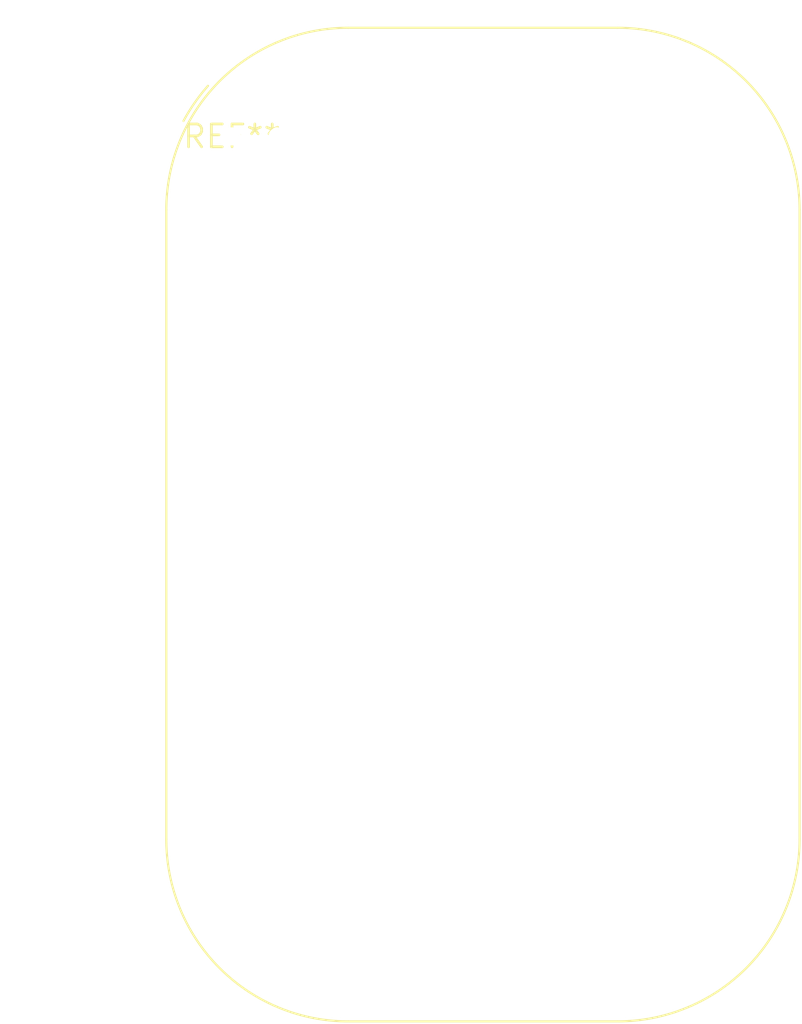
<source format=kicad_pcb>
(kicad_pcb (version 20240108) (generator pcbnew)
  (layers (0 "F.Cu" signal) (31 "B.Cu" signal) (34 "B.Paste" user) (35 "F.Paste" user) (36 "B.SilkS" user "B.Silkscreen") (37 "F.SilkS" user "F.Silkscreen") (38 "B.Mask" user) (39 "F.Mask" user) (44 "Edge.Cuts" user))
  (net 0 "")
  (footprint "BeagleBoard_PocketBeagle" (layer "F.Cu") (at 0 0)
    (property "Reference" "REF**")
    (property "Value" "BeagleBoard_PocketBeagle")
    (fp_line (start -3.66 39.09) (end -3.66 4.09) (layer "F.SilkS") (stroke (width 0.12)))
    (fp_line (start 6.47 -6.04) (end 21.47 -6.04) (layer "F.SilkS") (stroke (width 0.12)))
    (fp_line (start 6.47 49.22) (end 21.47 49.22) (layer "F.SilkS") (stroke (width 0.12)))
    (fp_line (start 31.6 4.09) (end 31.6 39.09) (layer "F.SilkS") (stroke (width 0.12)))
    (fp_arc (start -3.66 4.09) (mid -0.692992 -3.072992) (end 6.47 -6.04) (layer "F.SilkS") (stroke (width 0.12)))
    (fp_arc (start -2.702916 -0.856081) (mid -2.077474 -1.872113) (end -1.34 -2.81) (layer "F.SilkS") (stroke (width 0.12)))
    (fp_arc (start 6.47 49.22) (mid -0.692992 46.252992) (end -3.66 39.09) (layer "F.SilkS") (stroke (width 0.12)))
    (fp_arc (start 21.47 -6.04) (mid 28.632992 -3.072992) (end 31.6 4.09) (layer "F.SilkS") (stroke (width 0.12)))
    (fp_arc (start 31.6 39.09) (mid 28.632992 46.252992) (end 21.47 49.22) (layer "F.SilkS") (stroke (width 0.12)))
    (pad "1" thru_hole rect (at 0 0) (size 1.7 1.7) (drill 1) (layers *.Cu *.Mask) (remove_unused_layers))
    (pad "2" thru_hole oval (at 2.54 0) (size 1.7 1.7) (drill 1) (layers *.Cu *.Mask) (remove_unused_layers))
    (pad "3" thru_hole oval (at 0 2.54) (size 1.7 1.7) (drill 1) (layers *.Cu *.Mask) (remove_unused_layers))
    (pad "4" thru_hole oval (at 2.54 2.54) (size 1.7 1.7) (drill 1) (layers *.Cu *.Mask) (remove_unused_layers))
    (pad "5" thru_hole oval (at 0 5.08) (size 1.7 1.7) (drill 1) (layers *.Cu *.Mask) (remove_unused_layers))
    (pad "6" thru_hole oval (at 2.54 5.08) (size 1.7 1.7) (drill 1) (layers *.Cu *.Mask) (remove_unused_layers))
    (pad "7" thru_hole oval (at 0 7.62) (size 1.7 1.7) (drill 1) (layers *.Cu *.Mask) (remove_unused_layers))
    (pad "8" thru_hole oval (at 2.54 7.62) (size 1.7 1.7) (drill 1) (layers *.Cu *.Mask) (remove_unused_layers))
    (pad "9" thru_hole oval (at 0 10.16) (size 1.7 1.7) (drill 1) (layers *.Cu *.Mask) (remove_unused_layers))
    (pad "10" thru_hole oval (at 2.54 10.16) (size 1.7 1.7) (drill 1) (layers *.Cu *.Mask) (remove_unused_layers))
    (pad "11" thru_hole oval (at 0 12.7) (size 1.7 1.7) (drill 1) (layers *.Cu *.Mask) (remove_unused_layers))
    (pad "12" thru_hole oval (at 2.54 12.7) (size 1.7 1.7) (drill 1) (layers *.Cu *.Mask) (remove_unused_layers))
    (pad "13" thru_hole oval (at 0 15.24) (size 1.7 1.7) (drill 1) (layers *.Cu *.Mask) (remove_unused_layers))
    (pad "14" thru_hole oval (at 2.54 15.24) (size 1.7 1.7) (drill 1) (layers *.Cu *.Mask) (remove_unused_layers))
    (pad "15" thru_hole oval (at 0 17.78) (size 1.7 1.7) (drill 1) (layers *.Cu *.Mask) (remove_unused_layers))
    (pad "16" thru_hole oval (at 2.54 17.78) (size 1.7 1.7) (drill 1) (layers *.Cu *.Mask) (remove_unused_layers))
    (pad "17" thru_hole oval (at 0 20.32) (size 1.7 1.7) (drill 1) (layers *.Cu *.Mask) (remove_unused_layers))
    (pad "18" thru_hole oval (at 2.54 20.32) (size 1.7 1.7) (drill 1) (layers *.Cu *.Mask) (remove_unused_layers))
    (pad "19" thru_hole oval (at 0 22.86) (size 1.7 1.7) (drill 1) (layers *.Cu *.Mask) (remove_unused_layers))
    (pad "20" thru_hole oval (at 2.54 22.86) (size 1.7 1.7) (drill 1) (layers *.Cu *.Mask) (remove_unused_layers))
    (pad "21" thru_hole oval (at 0 25.4) (size 1.7 1.7) (drill 1) (layers *.Cu *.Mask) (remove_unused_layers))
    (pad "22" thru_hole oval (at 2.54 25.4) (size 1.7 1.7) (drill 1) (layers *.Cu *.Mask) (remove_unused_layers))
    (pad "23" thru_hole oval (at 0 27.94) (size 1.7 1.7) (drill 1) (layers *.Cu *.Mask) (remove_unused_layers))
    (pad "24" thru_hole oval (at 2.54 27.94) (size 1.7 1.7) (drill 1) (layers *.Cu *.Mask) (remove_unused_layers))
    (pad "25" thru_hole oval (at 0 30.48) (size 1.7 1.7) (drill 1) (layers *.Cu *.Mask) (remove_unused_layers))
    (pad "26" thru_hole oval (at 2.54 30.48) (size 1.7 1.7) (drill 1) (layers *.Cu *.Mask) (remove_unused_layers))
    (pad "27" thru_hole oval (at 0 33.02) (size 1.7 1.7) (drill 1) (layers *.Cu *.Mask) (remove_unused_layers))
    (pad "28" thru_hole oval (at 2.54 33.02) (size 1.7 1.7) (drill 1) (layers *.Cu *.Mask) (remove_unused_layers))
    (pad "29" thru_hole oval (at 0 35.56) (size 1.7 1.7) (drill 1) (layers *.Cu *.Mask) (remove_unused_layers))
    (pad "30" thru_hole oval (at 2.54 35.56) (size 1.7 1.7) (drill 1) (layers *.Cu *.Mask) (remove_unused_layers))
    (pad "31" thru_hole oval (at 0 38.1) (size 1.7 1.7) (drill 1) (layers *.Cu *.Mask) (remove_unused_layers))
    (pad "32" thru_hole oval (at 2.54 38.1) (size 1.7 1.7) (drill 1) (layers *.Cu *.Mask) (remove_unused_layers))
    (pad "33" thru_hole oval (at 0 40.64) (size 1.7 1.7) (drill 1) (layers *.Cu *.Mask) (remove_unused_layers))
    (pad "34" thru_hole oval (at 2.54 40.64) (size 1.7 1.7) (drill 1) (layers *.Cu *.Mask) (remove_unused_layers))
    (pad "35" thru_hole oval (at 0 43.18) (size 1.7 1.7) (drill 1) (layers *.Cu *.Mask) (remove_unused_layers))
    (pad "36" thru_hole oval (at 2.54 43.18) (size 1.7 1.7) (drill 1) (layers *.Cu *.Mask) (remove_unused_layers))
    (pad "37" thru_hole circle (at 25.4 0) (size 1.7 1.7) (drill 1) (layers *.Cu *.Mask) (remove_unused_layers))
    (pad "38" thru_hole oval (at 27.94 0) (size 1.7 1.7) (drill 1) (layers *.Cu *.Mask) (remove_unused_layers))
    (pad "39" thru_hole oval (at 25.4 2.54) (size 1.7 1.7) (drill 1) (layers *.Cu *.Mask) (remove_unused_layers))
    (pad "40" thru_hole oval (at 27.94 2.54) (size 1.7 1.7) (drill 1) (layers *.Cu *.Mask) (remove_unused_layers))
    (pad "41" thru_hole oval (at 25.4 5.08) (size 1.7 1.7) (drill 1) (layers *.Cu *.Mask) (remove_unused_layers))
    (pad "42" thru_hole oval (at 27.94 5.08) (size 1.7 1.7) (drill 1) (layers *.Cu *.Mask) (remove_unused_layers))
    (pad "43" thru_hole oval (at 25.4 7.62) (size 1.7 1.7) (drill 1) (layers *.Cu *.Mask) (remove_unused_layers))
    (pad "44" thru_hole oval (at 27.94 7.62) (size 1.7 1.7) (drill 1) (layers *.Cu *.Mask) (remove_unused_layers))
    (pad "45" thru_hole oval (at 25.4 10.16) (size 1.7 1.7) (drill 1) (layers *.Cu *.Mask) (remove_unused_layers))
    (pad "46" thru_hole oval (at 27.94 10.16) (size 1.7 1.7) (drill 1) (layers *.Cu *.Mask) (remove_unused_layers))
    (pad "47" thru_hole oval (at 25.4 12.7) (size 1.7 1.7) (drill 1) (layers *.Cu *.Mask) (remove_unused_layers))
    (pad "48" thru_hole oval (at 27.94 12.7) (size 1.7 1.7) (drill 1) (layers *.Cu *.Mask) (remove_unused_layers))
    (pad "49" thru_hole oval (at 25.4 15.24) (size 1.7 1.7) (drill 1) (layers *.Cu *.Mask) (remove_unused_layers))
    (pad "50" thru_hole oval (at 27.94 15.24) (size 1.7 1.7) (drill 1) (layers *.Cu *.Mask) (remove_unused_layers))
    (pad "51" thru_hole oval (at 25.4 17.78) (size 1.7 1.7) (drill 1) (layers *.Cu *.Mask) (remove_unused_layers))
    (pad "52" thru_hole oval (at 27.94 17.78) (size 1.7 1.7) (drill 1) (layers *.Cu *.Mask) (remove_unused_layers))
    (pad "53" thru_hole oval (at 25.4 20.32) (size 1.7 1.7) (drill 1) (layers *.Cu *.Mask) (remove_unused_layers))
    (pad "54" thru_hole oval (at 27.94 20.32) (size 1.7 1.7) (drill 1) (layers *.Cu *.Mask) (remove_unused_layers))
    (pad "55" thru_hole oval (at 25.4 22.86) (size 1.7 1.7) (drill 1) (layers *.Cu *.Mask) (remove_unused_layers))
    (pad "56" thru_hole oval (at 27.94 22.86) (size 1.7 1.7) (drill 1) (layers *.Cu *.Mask) (remove_unused_layers))
    (pad "57" thru_hole oval (at 25.4 25.4) (size 1.7 1.7) (drill 1) (layers *.Cu *.Mask) (remove_unused_layers))
    (pad "58" thru_hole oval (at 27.94 25.4) (size 1.7 1.7) (drill 1) (layers *.Cu *.Mask) (remove_unused_layers))
    (pad "59" thru_hole oval (at 25.4 27.94) (size 1.7 1.7) (drill 1) (layers *.Cu *.Mask) (remove_unused_layers))
    (pad "60" thru_hole oval (at 27.94 27.94) (size 1.7 1.7) (drill 1) (layers *.Cu *.Mask) (remove_unused_layers))
    (pad "61" thru_hole oval (at 25.4 30.48) (size 1.7 1.7) (drill 1) (layers *.Cu *.Mask) (remove_unused_layers))
    (pad "62" thru_hole oval (at 27.94 30.48) (size 1.7 1.7) (drill 1) (layers *.Cu *.Mask) (remove_unused_layers))
    (pad "63" thru_hole oval (at 25.4 33.02) (size 1.7 1.7) (drill 1) (layers *.Cu *.Mask) (remove_unused_layers))
    (pad "64" thru_hole oval (at 27.94 33.02) (size 1.7 1.7) (drill 1) (layers *.Cu *.Mask) (remove_unused_layers))
    (pad "65" thru_hole oval (at 25.4 35.56) (size 1.7 1.7) (drill 1) (layers *.Cu *.Mask) (remove_unused_layers))
    (pad "66" thru_hole oval (at 27.94 35.56) (size 1.7 1.7) (drill 1) (layers *.Cu *.Mask) (remove_unused_layers))
    (pad "67" thru_hole oval (at 25.4 38.1) (size 1.7 1.7) (drill 1) (layers *.Cu *.Mask) (remove_unused_layers))
    (pad "68" thru_hole oval (at 27.94 38.1) (size 1.7 1.7) (drill 1) (layers *.Cu *.Mask) (remove_unused_layers))
    (pad "69" thru_hole oval (at 25.4 40.64) (size 1.7 1.7) (drill 1) (layers *.Cu *.Mask) (remove_unused_layers))
    (pad "70" thru_hole oval (at 27.94 40.64) (size 1.7 1.7) (drill 1) (layers *.Cu *.Mask) (remove_unused_layers))
    (pad "71" thru_hole oval (at 25.4 43.18) (size 1.7 1.7) (drill 1) (layers *.Cu *.Mask) (remove_unused_layers))
    (pad "72" thru_hole oval (at 27.94 43.18) (size 1.7 1.7) (drill 1) (layers *.Cu *.Mask) (remove_unused_layers))
  )
)
</source>
